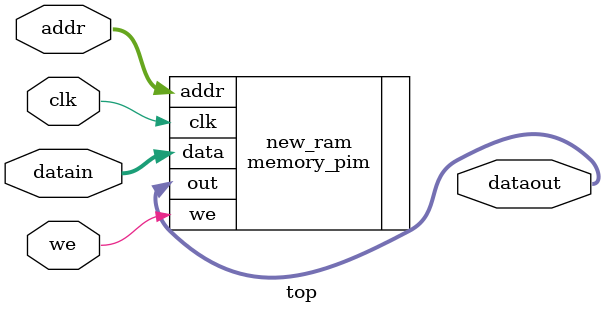
<source format=v>
 module  top(we, addr, datain, dataout, clk);

    input we; 
    input[10 - 1:0] addr; 
    input[32 - 1:0] datain; 
    output[32 - 1:0] dataout; 
    // output[32 - 1:0] dataout1; 
    wire[32 - 1:0] dataout;
    // wire[32 - 1:0] dataout1;
    input clk; 



// defparam new_ram.ADDR_WIDTH = 10;
// defparam new_ram.DATA_WIDTH = 32;
memory_pim new_ram(
  .clk (clk),
  .we(we),
  .data(datain),
  .out(dataout),
  .addr(addr)
  );
  
// defparam new_ram1.ADDR_WIDTH = 10;
// defparam new_ram1.DATA_WIDTH = 32;
// single_port_ram new_ram1(
//   .clk (clk),
//   .we(we),
//   .data(datain),
//   .out(dataout1),
//   .addr(addr)
//   );


 endmodule
</source>
